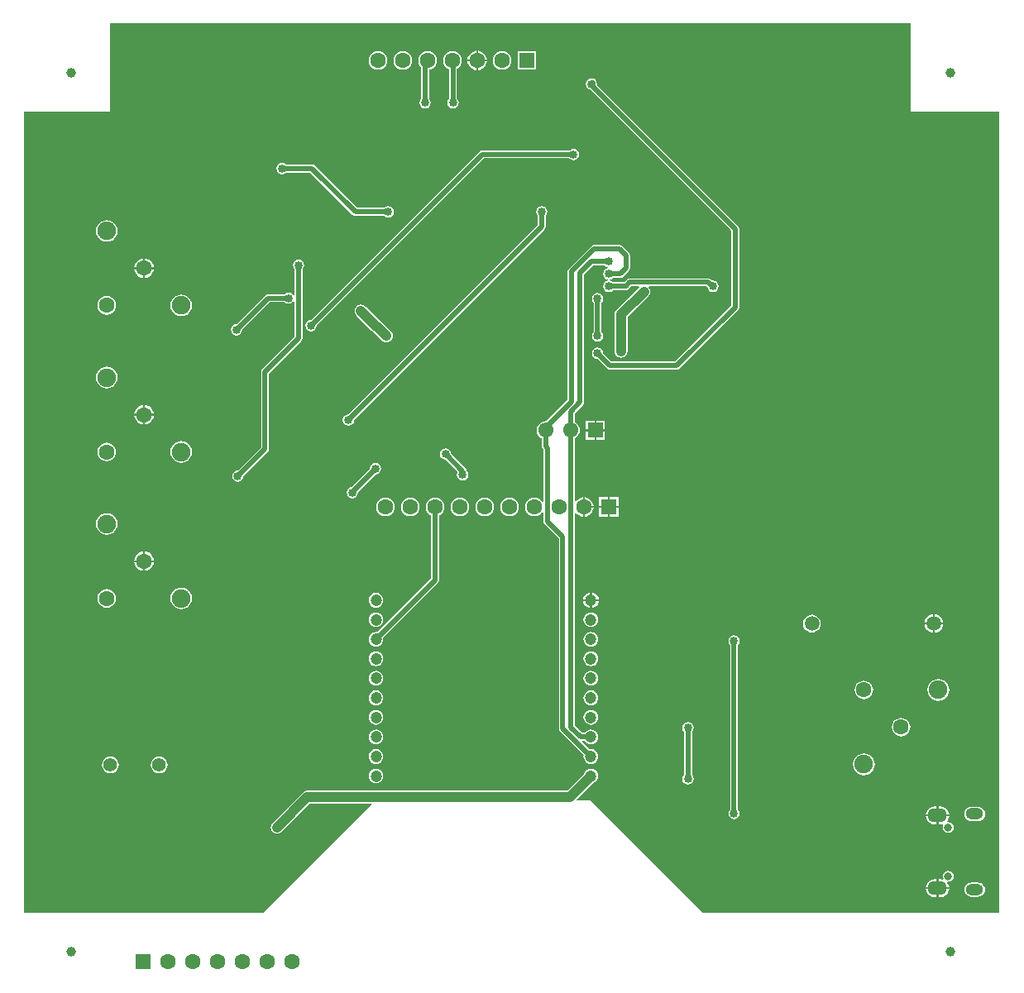
<source format=gbr>
%TF.GenerationSoftware,Altium Limited,Altium Designer,19.1.6 (110)*%
G04 Layer_Physical_Order=2*
G04 Layer_Color=16711680*
%FSLAX43Y43*%
%MOMM*%
%TF.FileFunction,Copper,L2,Bot,Signal*%
%TF.Part,Single*%
G01*
G75*
%TA.AperFunction,Conductor*%
%ADD31C,0.500*%
%ADD32C,1.000*%
%TA.AperFunction,ComponentPad*%
%ADD33C,1.600*%
%ADD34R,1.600X1.600*%
%ADD35R,1.550X1.550*%
%ADD36C,1.550*%
%ADD37C,1.200*%
%ADD38C,1.400*%
%ADD39C,1.500*%
%ADD40O,1.800X1.150*%
%ADD41C,0.800*%
%ADD42O,2.000X1.400*%
%ADD43C,1.900*%
%TA.AperFunction,WasherPad*%
%ADD44C,1.000*%
%TA.AperFunction,ViaPad*%
%ADD45C,0.850*%
%ADD46C,0.650*%
G36*
X91000Y91018D02*
X100075Y91018D01*
Y9018D01*
X91000Y9018D01*
X69697Y9018D01*
X58250Y20465D01*
X56802D01*
X56753Y20582D01*
X58441Y22270D01*
X58622Y22345D01*
X58779Y22465D01*
X58899Y22622D01*
X58975Y22804D01*
X59000Y23000D01*
X58975Y23196D01*
X58899Y23378D01*
X58779Y23535D01*
X58622Y23655D01*
X58440Y23731D01*
X58244Y23756D01*
X58048Y23731D01*
X57866Y23655D01*
X57709Y23535D01*
X57589Y23378D01*
X57514Y23197D01*
X55800Y21484D01*
X29211D01*
X29041Y21461D01*
X28883Y21396D01*
X28747Y21292D01*
X25659Y18204D01*
X25555Y18068D01*
X25490Y17910D01*
X25467Y17740D01*
X25490Y17570D01*
X25555Y17412D01*
X25659Y17276D01*
X25795Y17172D01*
X25953Y17107D01*
X26123Y17084D01*
X26293Y17107D01*
X26451Y17172D01*
X26586Y17276D01*
X29482Y20172D01*
X35737D01*
X35785Y20055D01*
X24748Y9018D01*
X9000Y9018D01*
X255Y9018D01*
Y91018D01*
X9000Y91018D01*
X9000Y100075D01*
X91000D01*
X91000Y91018D01*
D02*
G37*
%LPC*%
G36*
X46709Y97261D02*
Y96366D01*
X47604D01*
X47583Y96527D01*
X47482Y96770D01*
X47322Y96979D01*
X47113Y97140D01*
X46870Y97240D01*
X46709Y97261D01*
D02*
G37*
G36*
X46509D02*
X46348Y97240D01*
X46105Y97140D01*
X45896Y96979D01*
X45736Y96770D01*
X45635Y96527D01*
X45614Y96366D01*
X46509D01*
Y97261D01*
D02*
G37*
G36*
X52639Y97216D02*
X50739D01*
Y95316D01*
X52639D01*
Y97216D01*
D02*
G37*
G36*
X49149Y97224D02*
X48901Y97192D01*
X48670Y97096D01*
X48471Y96944D01*
X48319Y96745D01*
X48223Y96514D01*
X48191Y96266D01*
X48223Y96018D01*
X48319Y95787D01*
X48471Y95588D01*
X48670Y95436D01*
X48901Y95340D01*
X49149Y95308D01*
X49397Y95340D01*
X49628Y95436D01*
X49827Y95588D01*
X49979Y95787D01*
X50075Y96018D01*
X50107Y96266D01*
X50075Y96514D01*
X49979Y96745D01*
X49827Y96944D01*
X49628Y97096D01*
X49397Y97192D01*
X49149Y97224D01*
D02*
G37*
G36*
X38989D02*
X38741Y97192D01*
X38510Y97096D01*
X38311Y96944D01*
X38159Y96745D01*
X38063Y96514D01*
X38031Y96266D01*
X38063Y96018D01*
X38159Y95787D01*
X38311Y95588D01*
X38510Y95436D01*
X38741Y95340D01*
X38989Y95308D01*
X39237Y95340D01*
X39468Y95436D01*
X39667Y95588D01*
X39819Y95787D01*
X39915Y96018D01*
X39947Y96266D01*
X39915Y96514D01*
X39819Y96745D01*
X39667Y96944D01*
X39468Y97096D01*
X39237Y97192D01*
X38989Y97224D01*
D02*
G37*
G36*
X36449D02*
X36201Y97192D01*
X35970Y97096D01*
X35771Y96944D01*
X35619Y96745D01*
X35523Y96514D01*
X35491Y96266D01*
X35523Y96018D01*
X35619Y95787D01*
X35771Y95588D01*
X35970Y95436D01*
X36201Y95340D01*
X36449Y95308D01*
X36697Y95340D01*
X36928Y95436D01*
X37127Y95588D01*
X37279Y95787D01*
X37375Y96018D01*
X37407Y96266D01*
X37375Y96514D01*
X37279Y96745D01*
X37127Y96944D01*
X36928Y97096D01*
X36697Y97192D01*
X36449Y97224D01*
D02*
G37*
G36*
X47604Y96166D02*
X46709D01*
Y95271D01*
X46870Y95292D01*
X47113Y95393D01*
X47322Y95553D01*
X47482Y95762D01*
X47583Y96005D01*
X47604Y96166D01*
D02*
G37*
G36*
X46509D02*
X45614D01*
X45635Y96005D01*
X45736Y95762D01*
X45896Y95553D01*
X46105Y95393D01*
X46348Y95292D01*
X46509Y95271D01*
Y96166D01*
D02*
G37*
G36*
X44069Y97224D02*
X43821Y97192D01*
X43590Y97096D01*
X43391Y96944D01*
X43239Y96745D01*
X43143Y96514D01*
X43111Y96266D01*
X43143Y96018D01*
X43239Y95787D01*
X43391Y95588D01*
X43590Y95436D01*
X43714Y95385D01*
Y92367D01*
X43708Y92363D01*
X43580Y92172D01*
X43536Y91948D01*
X43580Y91724D01*
X43708Y91533D01*
X43898Y91406D01*
X44122Y91362D01*
X44346Y91406D01*
X44537Y91533D01*
X44664Y91724D01*
X44708Y91948D01*
X44664Y92172D01*
X44537Y92363D01*
X44530Y92367D01*
Y95429D01*
X44548Y95436D01*
X44747Y95588D01*
X44899Y95787D01*
X44995Y96018D01*
X45027Y96266D01*
X44995Y96514D01*
X44899Y96745D01*
X44747Y96944D01*
X44548Y97096D01*
X44317Y97192D01*
X44069Y97224D01*
D02*
G37*
G36*
X41529D02*
X41281Y97192D01*
X41050Y97096D01*
X40851Y96944D01*
X40699Y96745D01*
X40603Y96514D01*
X40571Y96266D01*
X40603Y96018D01*
X40699Y95787D01*
X40851Y95588D01*
X40873Y95572D01*
Y92367D01*
X40866Y92363D01*
X40739Y92172D01*
X40695Y91948D01*
X40739Y91724D01*
X40866Y91533D01*
X41057Y91406D01*
X41281Y91362D01*
X41505Y91406D01*
X41696Y91533D01*
X41823Y91724D01*
X41867Y91948D01*
X41823Y92172D01*
X41696Y92363D01*
X41689Y92367D01*
Y95329D01*
X41777Y95340D01*
X42008Y95436D01*
X42207Y95588D01*
X42359Y95787D01*
X42455Y96018D01*
X42487Y96266D01*
X42455Y96514D01*
X42359Y96745D01*
X42207Y96944D01*
X42008Y97096D01*
X41777Y97192D01*
X41529Y97224D01*
D02*
G37*
G36*
X56468Y87247D02*
X56244Y87203D01*
X56053Y87076D01*
X56049Y87069D01*
X47130D01*
X47130Y87069D01*
X46974Y87038D01*
X46842Y86949D01*
X46842Y86949D01*
X29599Y69706D01*
X29591Y69708D01*
X29367Y69663D01*
X29176Y69536D01*
X29049Y69346D01*
X29005Y69122D01*
X29049Y68897D01*
X29176Y68707D01*
X29367Y68580D01*
X29591Y68535D01*
X29815Y68580D01*
X30006Y68707D01*
X30133Y68897D01*
X30177Y69122D01*
X30176Y69129D01*
X47299Y86253D01*
X56049D01*
X56053Y86246D01*
X56244Y86119D01*
X56468Y86075D01*
X56692Y86119D01*
X56883Y86246D01*
X57010Y86437D01*
X57054Y86661D01*
X57010Y86885D01*
X56883Y87076D01*
X56692Y87203D01*
X56468Y87247D01*
D02*
G37*
G36*
X26641Y85803D02*
X26417Y85759D01*
X26226Y85632D01*
X26099Y85441D01*
X26055Y85217D01*
X26099Y84993D01*
X26226Y84802D01*
X26417Y84675D01*
X26641Y84631D01*
X26865Y84675D01*
X27055Y84802D01*
X27060Y84809D01*
X29549D01*
X33869Y80490D01*
X34001Y80401D01*
X34157Y80370D01*
X34157Y80370D01*
X37062D01*
X37066Y80363D01*
X37256Y80236D01*
X37481Y80192D01*
X37705Y80236D01*
X37895Y80363D01*
X38022Y80554D01*
X38067Y80778D01*
X38022Y81002D01*
X37895Y81193D01*
X37705Y81320D01*
X37481Y81364D01*
X37256Y81320D01*
X37066Y81193D01*
X37062Y81186D01*
X34326D01*
X30006Y85505D01*
X29874Y85594D01*
X29718Y85625D01*
X29718Y85625D01*
X27060D01*
X27055Y85632D01*
X26865Y85759D01*
X26641Y85803D01*
D02*
G37*
G36*
X8690Y79919D02*
X8403Y79882D01*
X8135Y79771D01*
X7905Y79595D01*
X7729Y79365D01*
X7618Y79097D01*
X7581Y78810D01*
X7618Y78523D01*
X7729Y78255D01*
X7905Y78025D01*
X8135Y77849D01*
X8403Y77738D01*
X8690Y77701D01*
X8977Y77738D01*
X9245Y77849D01*
X9475Y78025D01*
X9651Y78255D01*
X9762Y78523D01*
X9799Y78810D01*
X9762Y79097D01*
X9651Y79365D01*
X9475Y79595D01*
X9245Y79771D01*
X8977Y79882D01*
X8690Y79919D01*
D02*
G37*
G36*
X61201Y77370D02*
X61201Y77370D01*
X58569D01*
X58569Y77370D01*
X58413Y77339D01*
X58281Y77250D01*
X55968Y74938D01*
X55880Y74806D01*
X55849Y74650D01*
X55849Y74650D01*
Y61506D01*
X53675Y59332D01*
X53634Y59337D01*
X53392Y59305D01*
X53167Y59212D01*
X52974Y59064D01*
X52826Y58870D01*
X52732Y58645D01*
X52701Y58404D01*
X52732Y58163D01*
X52826Y57938D01*
X52974Y57744D01*
X53167Y57596D01*
X53226Y57572D01*
Y56763D01*
X53226Y56763D01*
X53257Y56607D01*
X53345Y56475D01*
X53383Y56437D01*
Y51096D01*
X53256Y51057D01*
X53129Y51224D01*
X52930Y51376D01*
X52699Y51472D01*
X52451Y51504D01*
X52203Y51472D01*
X51972Y51376D01*
X51773Y51224D01*
X51621Y51025D01*
X51525Y50794D01*
X51493Y50546D01*
X51525Y50298D01*
X51621Y50067D01*
X51773Y49868D01*
X51972Y49716D01*
X52203Y49620D01*
X52451Y49588D01*
X52699Y49620D01*
X52930Y49716D01*
X53129Y49868D01*
X53256Y50035D01*
X53383Y49996D01*
Y49079D01*
X53383Y49079D01*
X53414Y48923D01*
X53503Y48791D01*
X54964Y47329D01*
Y27872D01*
X54964Y27872D01*
X54995Y27716D01*
X55084Y27584D01*
X57508Y25159D01*
X57488Y25000D01*
X57513Y24804D01*
X57589Y24622D01*
X57709Y24465D01*
X57866Y24345D01*
X58048Y24269D01*
X58244Y24244D01*
X58440Y24269D01*
X58622Y24345D01*
X58779Y24465D01*
X58899Y24622D01*
X58975Y24804D01*
X59000Y25000D01*
X58975Y25196D01*
X58899Y25378D01*
X58779Y25535D01*
X58622Y25655D01*
X58440Y25731D01*
X58244Y25756D01*
X58085Y25736D01*
X57346Y26475D01*
X57395Y26592D01*
X57612D01*
X57709Y26465D01*
X57866Y26345D01*
X58048Y26269D01*
X58244Y26244D01*
X58440Y26269D01*
X58622Y26345D01*
X58779Y26465D01*
X58899Y26622D01*
X58975Y26804D01*
X59000Y27000D01*
X58975Y27196D01*
X58899Y27378D01*
X58779Y27535D01*
X58622Y27655D01*
X58440Y27731D01*
X58244Y27756D01*
X58048Y27731D01*
X57866Y27655D01*
X57709Y27535D01*
X57612Y27408D01*
X57332D01*
X56599Y28141D01*
Y49910D01*
X56726Y49953D01*
X56818Y49833D01*
X57027Y49673D01*
X57270Y49572D01*
X57431Y49551D01*
Y50546D01*
Y51541D01*
X57270Y51520D01*
X57027Y51419D01*
X56818Y51259D01*
X56726Y51139D01*
X56599Y51182D01*
Y57579D01*
X56640Y57596D01*
X56833Y57744D01*
X56982Y57938D01*
X57075Y58163D01*
X57107Y58404D01*
X57075Y58645D01*
X56982Y58870D01*
X56833Y59064D01*
X56640Y59212D01*
X56581Y59236D01*
Y60131D01*
X57438Y60988D01*
X57438Y60988D01*
X57527Y61121D01*
X57558Y61277D01*
Y74380D01*
X58462Y75284D01*
X59652D01*
X59656Y75277D01*
X59847Y75150D01*
X59991Y75122D01*
Y74992D01*
X59847Y74964D01*
X59656Y74837D01*
X59529Y74646D01*
X59485Y74422D01*
X59529Y74198D01*
X59656Y74007D01*
X59847Y73880D01*
X59991Y73852D01*
Y73722D01*
X59847Y73694D01*
X59656Y73567D01*
X59529Y73376D01*
X59485Y73152D01*
X59529Y72928D01*
X59656Y72737D01*
X59847Y72610D01*
X60071Y72566D01*
X60295Y72610D01*
X60486Y72737D01*
X60490Y72744D01*
X61814D01*
X61814Y72744D01*
X61970Y72775D01*
X62102Y72864D01*
X62391Y73152D01*
X63116D01*
X63168Y73025D01*
X60876Y70733D01*
X60772Y70597D01*
X60707Y70439D01*
X60684Y70270D01*
Y66486D01*
X60707Y66317D01*
X60772Y66159D01*
X60876Y66023D01*
X61012Y65919D01*
X61170Y65853D01*
X61340Y65831D01*
X61510Y65853D01*
X61668Y65919D01*
X61804Y66023D01*
X61908Y66159D01*
X61973Y66317D01*
X61996Y66486D01*
Y69998D01*
X64141Y72144D01*
X64245Y72280D01*
X64311Y72438D01*
X64333Y72607D01*
X64311Y72777D01*
X64245Y72935D01*
X64177Y73025D01*
X64236Y73152D01*
X70068D01*
X70174Y73046D01*
X70197Y72928D01*
X70324Y72737D01*
X70515Y72610D01*
X70739Y72566D01*
X70963Y72610D01*
X71154Y72737D01*
X71281Y72928D01*
X71325Y73152D01*
X71281Y73376D01*
X71154Y73567D01*
X70963Y73694D01*
X70739Y73738D01*
X70652Y73721D01*
X70525Y73848D01*
X70393Y73937D01*
X70236Y73968D01*
X70236Y73968D01*
X62222D01*
X62066Y73937D01*
X61933Y73848D01*
X61933Y73848D01*
X61645Y73560D01*
X60490D01*
X60486Y73567D01*
X60295Y73694D01*
X60151Y73722D01*
Y73852D01*
X60295Y73880D01*
X60486Y74007D01*
X60490Y74014D01*
X61272D01*
X61272Y74014D01*
X61428Y74045D01*
X61561Y74134D01*
X62137Y74710D01*
X62226Y74843D01*
X62257Y74999D01*
X62257Y74999D01*
Y76314D01*
X62226Y76470D01*
X62137Y76603D01*
X62137Y76603D01*
X61490Y77250D01*
X61357Y77339D01*
X61331Y77344D01*
X61201Y77370D01*
D02*
G37*
G36*
X12600Y75995D02*
Y75100D01*
X13495D01*
X13474Y75261D01*
X13373Y75504D01*
X13213Y75713D01*
X13004Y75873D01*
X12761Y75974D01*
X12600Y75995D01*
D02*
G37*
G36*
X12400D02*
X12239Y75974D01*
X11996Y75873D01*
X11787Y75713D01*
X11627Y75504D01*
X11526Y75261D01*
X11505Y75100D01*
X12400D01*
Y75995D01*
D02*
G37*
G36*
X13495Y74900D02*
X12600D01*
Y74005D01*
X12761Y74026D01*
X13004Y74127D01*
X13213Y74287D01*
X13373Y74496D01*
X13474Y74739D01*
X13495Y74900D01*
D02*
G37*
G36*
X12400D02*
X11505D01*
X11526Y74739D01*
X11627Y74496D01*
X11787Y74287D01*
X11996Y74127D01*
X12239Y74026D01*
X12400Y74005D01*
Y74900D01*
D02*
G37*
G36*
X28321Y75897D02*
X28097Y75853D01*
X27906Y75726D01*
X27779Y75535D01*
X27735Y75311D01*
X27779Y75087D01*
X27906Y74896D01*
X27913Y74892D01*
Y72261D01*
X27786Y72223D01*
X27699Y72354D01*
X27508Y72481D01*
X27284Y72526D01*
X27060Y72481D01*
X26869Y72354D01*
X26865Y72347D01*
X25203D01*
X25047Y72316D01*
X24915Y72228D01*
X24915Y72228D01*
X21979Y69292D01*
X21971Y69293D01*
X21747Y69249D01*
X21556Y69122D01*
X21429Y68931D01*
X21385Y68707D01*
X21429Y68483D01*
X21556Y68292D01*
X21747Y68165D01*
X21971Y68121D01*
X22195Y68165D01*
X22386Y68292D01*
X22513Y68483D01*
X22557Y68707D01*
X22556Y68715D01*
X25372Y71531D01*
X26865D01*
X26869Y71525D01*
X27060Y71398D01*
X27284Y71353D01*
X27508Y71398D01*
X27699Y71525D01*
X27786Y71656D01*
X27913Y71617D01*
Y67987D01*
X24604Y64677D01*
X24515Y64545D01*
X24484Y64389D01*
X24484Y64389D01*
Y56684D01*
X22106Y54306D01*
X22098Y54307D01*
X21874Y54263D01*
X21683Y54136D01*
X21556Y53945D01*
X21512Y53721D01*
X21556Y53497D01*
X21683Y53306D01*
X21874Y53179D01*
X22098Y53135D01*
X22322Y53179D01*
X22513Y53306D01*
X22640Y53497D01*
X22684Y53721D01*
X22683Y53729D01*
X25180Y56227D01*
X25269Y56359D01*
X25300Y56515D01*
X25300Y56515D01*
Y64220D01*
X28609Y67530D01*
X28609Y67530D01*
X28698Y67662D01*
X28729Y67818D01*
Y74892D01*
X28736Y74896D01*
X28863Y75087D01*
X28907Y75311D01*
X28863Y75535D01*
X28736Y75726D01*
X28545Y75853D01*
X28321Y75897D01*
D02*
G37*
G36*
X8690Y72148D02*
X8442Y72116D01*
X8211Y72020D01*
X8012Y71868D01*
X7860Y71669D01*
X7764Y71438D01*
X7732Y71190D01*
X7764Y70942D01*
X7860Y70711D01*
X8012Y70512D01*
X8211Y70360D01*
X8442Y70264D01*
X8690Y70232D01*
X8938Y70264D01*
X9169Y70360D01*
X9368Y70512D01*
X9520Y70711D01*
X9616Y70942D01*
X9648Y71190D01*
X9616Y71438D01*
X9520Y71669D01*
X9368Y71868D01*
X9169Y72020D01*
X8938Y72116D01*
X8690Y72148D01*
D02*
G37*
G36*
X16310Y72299D02*
X16023Y72262D01*
X15755Y72151D01*
X15525Y71975D01*
X15349Y71745D01*
X15238Y71477D01*
X15201Y71190D01*
X15238Y70903D01*
X15349Y70635D01*
X15525Y70405D01*
X15755Y70229D01*
X16023Y70118D01*
X16310Y70081D01*
X16597Y70118D01*
X16865Y70229D01*
X17095Y70405D01*
X17271Y70635D01*
X17382Y70903D01*
X17419Y71190D01*
X17382Y71477D01*
X17271Y71745D01*
X17095Y71975D01*
X16865Y72151D01*
X16597Y72262D01*
X16310Y72299D01*
D02*
G37*
G36*
X58928Y72468D02*
X58704Y72424D01*
X58513Y72297D01*
X58386Y72106D01*
X58342Y71882D01*
X58386Y71658D01*
X58513Y71467D01*
X58520Y71463D01*
Y68491D01*
X58513Y68487D01*
X58386Y68296D01*
X58342Y68072D01*
X58386Y67848D01*
X58513Y67657D01*
X58704Y67530D01*
X58928Y67486D01*
X59152Y67530D01*
X59343Y67657D01*
X59470Y67848D01*
X59514Y68072D01*
X59470Y68296D01*
X59343Y68487D01*
X59336Y68491D01*
Y71463D01*
X59343Y71467D01*
X59470Y71658D01*
X59514Y71882D01*
X59470Y72106D01*
X59343Y72297D01*
X59152Y72424D01*
X58928Y72468D01*
D02*
G37*
G36*
X34698Y71268D02*
X34528Y71245D01*
X34370Y71180D01*
X34234Y71076D01*
X34130Y70940D01*
X34065Y70782D01*
X34042Y70612D01*
X34065Y70442D01*
X34130Y70284D01*
X34234Y70148D01*
X35789Y68594D01*
X35925Y68489D01*
X35996Y68460D01*
X36847Y67608D01*
X36983Y67504D01*
X37141Y67439D01*
X37311Y67416D01*
X37481Y67439D01*
X37639Y67504D01*
X37775Y67608D01*
X37879Y67744D01*
X37944Y67902D01*
X37967Y68072D01*
X37944Y68242D01*
X37879Y68400D01*
X37775Y68536D01*
X36789Y69521D01*
X36654Y69625D01*
X36583Y69654D01*
X35162Y71076D01*
X35026Y71180D01*
X34868Y71245D01*
X34698Y71268D01*
D02*
G37*
G36*
X58293Y94439D02*
X58069Y94395D01*
X57878Y94268D01*
X57751Y94077D01*
X57707Y93853D01*
X57751Y93629D01*
X57878Y93438D01*
X58069Y93311D01*
X58183Y93289D01*
X72617Y78854D01*
Y71162D01*
X66887Y65432D01*
X60367D01*
X59513Y66286D01*
X59514Y66294D01*
X59470Y66518D01*
X59343Y66709D01*
X59152Y66836D01*
X58928Y66880D01*
X58704Y66836D01*
X58513Y66709D01*
X58386Y66518D01*
X58342Y66294D01*
X58386Y66070D01*
X58513Y65879D01*
X58704Y65752D01*
X58928Y65708D01*
X58936Y65709D01*
X59910Y64736D01*
X59910Y64736D01*
X60042Y64647D01*
X60198Y64616D01*
X60198Y64616D01*
X67056D01*
X67056Y64616D01*
X67212Y64647D01*
X67344Y64736D01*
X73313Y70705D01*
X73402Y70837D01*
X73433Y70993D01*
X73433Y70993D01*
Y79023D01*
X73402Y79179D01*
X73313Y79311D01*
X73313Y79311D01*
X58861Y93763D01*
X58879Y93853D01*
X58835Y94077D01*
X58832Y94082D01*
X58817Y94156D01*
X58728Y94288D01*
X58596Y94377D01*
X58522Y94392D01*
X58517Y94395D01*
X58293Y94439D01*
D02*
G37*
G36*
X8690Y64919D02*
X8403Y64882D01*
X8135Y64771D01*
X7905Y64595D01*
X7729Y64365D01*
X7618Y64097D01*
X7581Y63810D01*
X7618Y63523D01*
X7729Y63255D01*
X7905Y63025D01*
X8135Y62849D01*
X8403Y62738D01*
X8690Y62701D01*
X8977Y62738D01*
X9245Y62849D01*
X9475Y63025D01*
X9651Y63255D01*
X9762Y63523D01*
X9799Y63810D01*
X9762Y64097D01*
X9651Y64365D01*
X9475Y64595D01*
X9245Y64771D01*
X8977Y64882D01*
X8690Y64919D01*
D02*
G37*
G36*
X12600Y60995D02*
Y60100D01*
X13495D01*
X13474Y60261D01*
X13373Y60504D01*
X13213Y60713D01*
X13004Y60874D01*
X12761Y60974D01*
X12600Y60995D01*
D02*
G37*
G36*
X12400D02*
X12239Y60974D01*
X11996Y60874D01*
X11787Y60713D01*
X11627Y60504D01*
X11526Y60261D01*
X11505Y60100D01*
X12400D01*
Y60995D01*
D02*
G37*
G36*
X53213Y81358D02*
X52989Y81314D01*
X52798Y81187D01*
X52671Y80996D01*
X52627Y80772D01*
X52671Y80548D01*
X52798Y80357D01*
X52805Y80353D01*
Y79411D01*
X33429Y60035D01*
X33421Y60036D01*
X33196Y59992D01*
X33006Y59865D01*
X32879Y59674D01*
X32834Y59450D01*
X32879Y59226D01*
X33006Y59035D01*
X33196Y58908D01*
X33421Y58864D01*
X33645Y58908D01*
X33835Y59035D01*
X33962Y59226D01*
X34007Y59450D01*
X34005Y59458D01*
X53501Y78954D01*
X53501Y78954D01*
X53590Y79086D01*
X53621Y79242D01*
X53621Y79242D01*
Y80353D01*
X53628Y80357D01*
X53755Y80548D01*
X53799Y80772D01*
X53755Y80996D01*
X53628Y81187D01*
X53437Y81314D01*
X53213Y81358D01*
D02*
G37*
G36*
X13495Y59900D02*
X12600D01*
Y59005D01*
X12761Y59026D01*
X13004Y59126D01*
X13213Y59287D01*
X13373Y59496D01*
X13474Y59739D01*
X13495Y59900D01*
D02*
G37*
G36*
X12400D02*
X11505D01*
X11526Y59739D01*
X11627Y59496D01*
X11787Y59287D01*
X11996Y59126D01*
X12239Y59026D01*
X12400Y59005D01*
Y59900D01*
D02*
G37*
G36*
X59689Y59379D02*
X58814D01*
Y58504D01*
X59689D01*
Y59379D01*
D02*
G37*
G36*
X58614D02*
X57739D01*
Y58504D01*
X58614D01*
Y59379D01*
D02*
G37*
G36*
X58714Y58404D02*
D01*
D01*
D01*
D02*
G37*
G36*
X59689Y58304D02*
X58814D01*
Y57429D01*
X59689D01*
Y58304D01*
D02*
G37*
G36*
X58614D02*
X57739D01*
Y57429D01*
X58614D01*
Y58304D01*
D02*
G37*
G36*
X8690Y57148D02*
X8442Y57116D01*
X8211Y57020D01*
X8012Y56868D01*
X7860Y56669D01*
X7764Y56438D01*
X7732Y56190D01*
X7764Y55942D01*
X7860Y55711D01*
X8012Y55512D01*
X8211Y55360D01*
X8442Y55264D01*
X8690Y55232D01*
X8938Y55264D01*
X9169Y55360D01*
X9368Y55512D01*
X9520Y55711D01*
X9616Y55942D01*
X9648Y56190D01*
X9616Y56438D01*
X9520Y56669D01*
X9368Y56868D01*
X9169Y57020D01*
X8938Y57116D01*
X8690Y57148D01*
D02*
G37*
G36*
X16310Y57299D02*
X16023Y57262D01*
X15755Y57151D01*
X15525Y56975D01*
X15349Y56745D01*
X15238Y56477D01*
X15201Y56190D01*
X15238Y55903D01*
X15349Y55635D01*
X15525Y55405D01*
X15755Y55229D01*
X16023Y55118D01*
X16310Y55081D01*
X16597Y55118D01*
X16865Y55229D01*
X17095Y55405D01*
X17271Y55635D01*
X17382Y55903D01*
X17419Y56190D01*
X17382Y56477D01*
X17271Y56745D01*
X17095Y56975D01*
X16865Y57151D01*
X16597Y57262D01*
X16310Y57299D01*
D02*
G37*
G36*
X36195Y55069D02*
X35971Y55025D01*
X35780Y54898D01*
X35653Y54707D01*
X35609Y54483D01*
X35610Y54475D01*
X33730Y52595D01*
X33604Y52570D01*
X33414Y52443D01*
X33287Y52252D01*
X33242Y52028D01*
X33287Y51804D01*
X33414Y51614D01*
X33604Y51486D01*
X33829Y51442D01*
X34053Y51486D01*
X34243Y51614D01*
X34370Y51804D01*
X34415Y52028D01*
X34399Y52110D01*
X36187Y53898D01*
X36195Y53897D01*
X36419Y53941D01*
X36610Y54068D01*
X36737Y54259D01*
X36781Y54483D01*
X36737Y54707D01*
X36610Y54898D01*
X36419Y55025D01*
X36195Y55069D01*
D02*
G37*
G36*
X43355Y56564D02*
X43131Y56520D01*
X42940Y56392D01*
X42813Y56202D01*
X42769Y55978D01*
X42813Y55754D01*
X42940Y55563D01*
X43131Y55436D01*
X43355Y55392D01*
X43363Y55393D01*
X44620Y54136D01*
X44578Y54072D01*
X44533Y53848D01*
X44578Y53624D01*
X44705Y53433D01*
X44895Y53306D01*
X45119Y53262D01*
X45344Y53306D01*
X45534Y53433D01*
X45661Y53624D01*
X45706Y53848D01*
X45661Y54072D01*
X45534Y54263D01*
X45497Y54287D01*
X45477Y54389D01*
X45389Y54521D01*
X43940Y55970D01*
X43941Y55978D01*
X43897Y56202D01*
X43770Y56392D01*
X43579Y56520D01*
X43355Y56564D01*
D02*
G37*
G36*
X61071Y51546D02*
X60171D01*
Y50646D01*
X61071D01*
Y51546D01*
D02*
G37*
G36*
X57631Y51541D02*
Y50646D01*
X58526D01*
X58505Y50807D01*
X58404Y51050D01*
X58244Y51259D01*
X58035Y51419D01*
X57792Y51520D01*
X57631Y51541D01*
D02*
G37*
G36*
X59971Y51546D02*
X59071D01*
Y50646D01*
X59971D01*
Y51546D01*
D02*
G37*
G36*
X49911Y51504D02*
X49663Y51472D01*
X49432Y51376D01*
X49233Y51224D01*
X49081Y51025D01*
X48985Y50794D01*
X48953Y50546D01*
X48985Y50298D01*
X49081Y50067D01*
X49233Y49868D01*
X49432Y49716D01*
X49663Y49620D01*
X49911Y49588D01*
X50159Y49620D01*
X50390Y49716D01*
X50589Y49868D01*
X50741Y50067D01*
X50837Y50298D01*
X50869Y50546D01*
X50837Y50794D01*
X50741Y51025D01*
X50589Y51224D01*
X50390Y51376D01*
X50159Y51472D01*
X49911Y51504D01*
D02*
G37*
G36*
X47371D02*
X47123Y51472D01*
X46892Y51376D01*
X46693Y51224D01*
X46541Y51025D01*
X46445Y50794D01*
X46413Y50546D01*
X46445Y50298D01*
X46541Y50067D01*
X46693Y49868D01*
X46892Y49716D01*
X47123Y49620D01*
X47371Y49588D01*
X47619Y49620D01*
X47850Y49716D01*
X48049Y49868D01*
X48201Y50067D01*
X48297Y50298D01*
X48329Y50546D01*
X48297Y50794D01*
X48201Y51025D01*
X48049Y51224D01*
X47850Y51376D01*
X47619Y51472D01*
X47371Y51504D01*
D02*
G37*
G36*
X44831D02*
X44583Y51472D01*
X44352Y51376D01*
X44153Y51224D01*
X44001Y51025D01*
X43905Y50794D01*
X43873Y50546D01*
X43905Y50298D01*
X44001Y50067D01*
X44153Y49868D01*
X44352Y49716D01*
X44583Y49620D01*
X44831Y49588D01*
X45079Y49620D01*
X45310Y49716D01*
X45509Y49868D01*
X45661Y50067D01*
X45757Y50298D01*
X45789Y50546D01*
X45757Y50794D01*
X45661Y51025D01*
X45509Y51224D01*
X45310Y51376D01*
X45079Y51472D01*
X44831Y51504D01*
D02*
G37*
G36*
X39751D02*
X39503Y51472D01*
X39272Y51376D01*
X39073Y51224D01*
X38921Y51025D01*
X38825Y50794D01*
X38793Y50546D01*
X38825Y50298D01*
X38921Y50067D01*
X39073Y49868D01*
X39272Y49716D01*
X39503Y49620D01*
X39751Y49588D01*
X39999Y49620D01*
X40230Y49716D01*
X40429Y49868D01*
X40581Y50067D01*
X40677Y50298D01*
X40709Y50546D01*
X40677Y50794D01*
X40581Y51025D01*
X40429Y51224D01*
X40230Y51376D01*
X39999Y51472D01*
X39751Y51504D01*
D02*
G37*
G36*
X37211D02*
X36963Y51472D01*
X36732Y51376D01*
X36533Y51224D01*
X36381Y51025D01*
X36285Y50794D01*
X36253Y50546D01*
X36285Y50298D01*
X36381Y50067D01*
X36533Y49868D01*
X36732Y49716D01*
X36963Y49620D01*
X37211Y49588D01*
X37459Y49620D01*
X37690Y49716D01*
X37889Y49868D01*
X38041Y50067D01*
X38137Y50298D01*
X38169Y50546D01*
X38137Y50794D01*
X38041Y51025D01*
X37889Y51224D01*
X37690Y51376D01*
X37459Y51472D01*
X37211Y51504D01*
D02*
G37*
G36*
X58526Y50446D02*
X57631D01*
Y49551D01*
X57792Y49572D01*
X58035Y49673D01*
X58244Y49833D01*
X58404Y50042D01*
X58505Y50285D01*
X58526Y50446D01*
D02*
G37*
G36*
X61071D02*
X60171D01*
Y49546D01*
X61071D01*
Y50446D01*
D02*
G37*
G36*
X59971D02*
X59071D01*
Y49546D01*
X59971D01*
Y50446D01*
D02*
G37*
G36*
X8690Y49919D02*
X8403Y49882D01*
X8135Y49771D01*
X7905Y49595D01*
X7729Y49365D01*
X7618Y49097D01*
X7581Y48810D01*
X7618Y48523D01*
X7729Y48255D01*
X7905Y48025D01*
X8135Y47849D01*
X8403Y47738D01*
X8690Y47701D01*
X8977Y47738D01*
X9245Y47849D01*
X9475Y48025D01*
X9651Y48255D01*
X9762Y48523D01*
X9799Y48810D01*
X9762Y49097D01*
X9651Y49365D01*
X9475Y49595D01*
X9245Y49771D01*
X8977Y49882D01*
X8690Y49919D01*
D02*
G37*
G36*
X12600Y45995D02*
Y45100D01*
X13495D01*
X13474Y45261D01*
X13373Y45504D01*
X13213Y45713D01*
X13004Y45873D01*
X12761Y45974D01*
X12600Y45995D01*
D02*
G37*
G36*
X12400D02*
X12239Y45974D01*
X11996Y45873D01*
X11787Y45713D01*
X11627Y45504D01*
X11526Y45261D01*
X11505Y45100D01*
X12400D01*
Y45995D01*
D02*
G37*
G36*
X13495Y44900D02*
X12600D01*
Y44005D01*
X12761Y44026D01*
X13004Y44126D01*
X13213Y44287D01*
X13373Y44496D01*
X13474Y44739D01*
X13495Y44900D01*
D02*
G37*
G36*
X12400D02*
X11505D01*
X11526Y44739D01*
X11627Y44496D01*
X11787Y44287D01*
X11996Y44126D01*
X12239Y44026D01*
X12400Y44005D01*
Y44900D01*
D02*
G37*
G36*
X58344Y41794D02*
Y41100D01*
X59038D01*
X59023Y41209D01*
X58943Y41403D01*
X58815Y41571D01*
X58647Y41699D01*
X58453Y41779D01*
X58344Y41794D01*
D02*
G37*
G36*
X58144Y41794D02*
X58035Y41779D01*
X57841Y41699D01*
X57673Y41571D01*
X57545Y41403D01*
X57465Y41209D01*
X57450Y41100D01*
X58144D01*
Y41794D01*
D02*
G37*
G36*
X36244Y41756D02*
X36048Y41731D01*
X35866Y41655D01*
X35709Y41535D01*
X35589Y41378D01*
X35513Y41196D01*
X35488Y41000D01*
X35513Y40804D01*
X35589Y40622D01*
X35709Y40465D01*
X35866Y40345D01*
X36048Y40269D01*
X36244Y40244D01*
X36440Y40269D01*
X36622Y40345D01*
X36779Y40465D01*
X36899Y40622D01*
X36975Y40804D01*
X37000Y41000D01*
X36975Y41196D01*
X36899Y41378D01*
X36779Y41535D01*
X36622Y41655D01*
X36440Y41731D01*
X36244Y41756D01*
D02*
G37*
G36*
X8690Y42148D02*
X8442Y42116D01*
X8211Y42020D01*
X8012Y41868D01*
X7860Y41669D01*
X7764Y41438D01*
X7732Y41190D01*
X7764Y40942D01*
X7860Y40711D01*
X8012Y40512D01*
X8211Y40360D01*
X8442Y40264D01*
X8690Y40232D01*
X8938Y40264D01*
X9169Y40360D01*
X9368Y40512D01*
X9520Y40711D01*
X9616Y40942D01*
X9648Y41190D01*
X9616Y41438D01*
X9520Y41669D01*
X9368Y41868D01*
X9169Y42020D01*
X8938Y42116D01*
X8690Y42148D01*
D02*
G37*
G36*
X58144Y40900D02*
X57450D01*
X57465Y40791D01*
X57545Y40597D01*
X57673Y40429D01*
X57841Y40301D01*
X58035Y40221D01*
X58144Y40206D01*
Y40900D01*
D02*
G37*
G36*
X59038D02*
X58344D01*
Y40206D01*
X58453Y40221D01*
X58647Y40301D01*
X58815Y40429D01*
X58943Y40597D01*
X59023Y40791D01*
X59038Y40900D01*
D02*
G37*
G36*
X16310Y42299D02*
X16023Y42262D01*
X15755Y42151D01*
X15525Y41975D01*
X15349Y41745D01*
X15238Y41477D01*
X15201Y41190D01*
X15238Y40903D01*
X15349Y40635D01*
X15525Y40405D01*
X15755Y40229D01*
X16023Y40118D01*
X16310Y40081D01*
X16597Y40118D01*
X16865Y40229D01*
X17095Y40405D01*
X17271Y40635D01*
X17382Y40903D01*
X17419Y41190D01*
X17382Y41477D01*
X17271Y41745D01*
X17095Y41975D01*
X16865Y42151D01*
X16597Y42262D01*
X16310Y42299D01*
D02*
G37*
G36*
X93472Y39556D02*
Y38711D01*
X94317D01*
X94298Y38859D01*
X94202Y39090D01*
X94050Y39289D01*
X93851Y39441D01*
X93620Y39537D01*
X93472Y39556D01*
D02*
G37*
G36*
X93272Y39556D02*
X93124Y39537D01*
X92893Y39441D01*
X92694Y39289D01*
X92542Y39090D01*
X92446Y38859D01*
X92427Y38711D01*
X93272D01*
Y39556D01*
D02*
G37*
G36*
X58244Y39756D02*
X58048Y39731D01*
X57866Y39655D01*
X57709Y39535D01*
X57589Y39378D01*
X57513Y39196D01*
X57488Y39000D01*
X57513Y38804D01*
X57589Y38622D01*
X57709Y38465D01*
X57866Y38345D01*
X58048Y38269D01*
X58244Y38244D01*
X58440Y38269D01*
X58622Y38345D01*
X58779Y38465D01*
X58899Y38622D01*
X58975Y38804D01*
X59000Y39000D01*
X58975Y39196D01*
X58899Y39378D01*
X58779Y39535D01*
X58622Y39655D01*
X58440Y39731D01*
X58244Y39756D01*
D02*
G37*
G36*
X36244D02*
X36048Y39731D01*
X35866Y39655D01*
X35709Y39535D01*
X35589Y39378D01*
X35513Y39196D01*
X35488Y39000D01*
X35513Y38804D01*
X35589Y38622D01*
X35709Y38465D01*
X35866Y38345D01*
X36048Y38269D01*
X36244Y38244D01*
X36440Y38269D01*
X36622Y38345D01*
X36779Y38465D01*
X36899Y38622D01*
X36975Y38804D01*
X37000Y39000D01*
X36975Y39196D01*
X36899Y39378D01*
X36779Y39535D01*
X36622Y39655D01*
X36440Y39731D01*
X36244Y39756D01*
D02*
G37*
G36*
X42291Y51504D02*
X42043Y51472D01*
X41812Y51376D01*
X41613Y51224D01*
X41461Y51025D01*
X41365Y50794D01*
X41333Y50546D01*
X41365Y50298D01*
X41461Y50067D01*
X41613Y49868D01*
X41812Y49716D01*
X41883Y49687D01*
Y43216D01*
X36403Y37736D01*
X36244Y37756D01*
X36048Y37731D01*
X35866Y37655D01*
X35709Y37535D01*
X35589Y37378D01*
X35513Y37196D01*
X35488Y37000D01*
X35513Y36804D01*
X35589Y36622D01*
X35709Y36465D01*
X35866Y36345D01*
X36048Y36269D01*
X36244Y36244D01*
X36440Y36269D01*
X36622Y36345D01*
X36779Y36465D01*
X36899Y36622D01*
X36975Y36804D01*
X37000Y37000D01*
X36980Y37159D01*
X42579Y42759D01*
X42668Y42891D01*
X42699Y43047D01*
X42699Y43047D01*
Y49687D01*
X42770Y49716D01*
X42969Y49868D01*
X43121Y50067D01*
X43217Y50298D01*
X43249Y50546D01*
X43217Y50794D01*
X43121Y51025D01*
X42969Y51224D01*
X42770Y51376D01*
X42539Y51472D01*
X42291Y51504D01*
D02*
G37*
G36*
X80872Y39519D02*
X80637Y39488D01*
X80418Y39397D01*
X80230Y39253D01*
X80086Y39065D01*
X79995Y38846D01*
X79964Y38611D01*
X79995Y38376D01*
X80086Y38157D01*
X80230Y37969D01*
X80418Y37825D01*
X80637Y37734D01*
X80872Y37703D01*
X81107Y37734D01*
X81326Y37825D01*
X81514Y37969D01*
X81658Y38157D01*
X81749Y38376D01*
X81780Y38611D01*
X81749Y38846D01*
X81658Y39065D01*
X81514Y39253D01*
X81326Y39397D01*
X81107Y39488D01*
X80872Y39519D01*
D02*
G37*
G36*
X94317Y38511D02*
X93472D01*
Y37666D01*
X93620Y37685D01*
X93851Y37781D01*
X94050Y37933D01*
X94202Y38132D01*
X94298Y38363D01*
X94317Y38511D01*
D02*
G37*
G36*
X93272D02*
X92427D01*
X92446Y38363D01*
X92542Y38132D01*
X92694Y37933D01*
X92893Y37781D01*
X93124Y37685D01*
X93272Y37666D01*
Y38511D01*
D02*
G37*
G36*
X58244Y37756D02*
X58048Y37731D01*
X57866Y37655D01*
X57709Y37535D01*
X57589Y37378D01*
X57513Y37196D01*
X57488Y37000D01*
X57513Y36804D01*
X57589Y36622D01*
X57709Y36465D01*
X57866Y36345D01*
X58048Y36269D01*
X58244Y36244D01*
X58440Y36269D01*
X58622Y36345D01*
X58779Y36465D01*
X58899Y36622D01*
X58975Y36804D01*
X59000Y37000D01*
X58975Y37196D01*
X58899Y37378D01*
X58779Y37535D01*
X58622Y37655D01*
X58440Y37731D01*
X58244Y37756D01*
D02*
G37*
G36*
Y35756D02*
X58048Y35731D01*
X57866Y35655D01*
X57709Y35535D01*
X57589Y35378D01*
X57513Y35196D01*
X57488Y35000D01*
X57513Y34804D01*
X57589Y34622D01*
X57709Y34465D01*
X57866Y34345D01*
X58048Y34269D01*
X58244Y34244D01*
X58440Y34269D01*
X58622Y34345D01*
X58779Y34465D01*
X58899Y34622D01*
X58975Y34804D01*
X59000Y35000D01*
X58975Y35196D01*
X58899Y35378D01*
X58779Y35535D01*
X58622Y35655D01*
X58440Y35731D01*
X58244Y35756D01*
D02*
G37*
G36*
X36244D02*
X36048Y35731D01*
X35866Y35655D01*
X35709Y35535D01*
X35589Y35378D01*
X35513Y35196D01*
X35488Y35000D01*
X35513Y34804D01*
X35589Y34622D01*
X35709Y34465D01*
X35866Y34345D01*
X36048Y34269D01*
X36244Y34244D01*
X36440Y34269D01*
X36622Y34345D01*
X36779Y34465D01*
X36899Y34622D01*
X36975Y34804D01*
X37000Y35000D01*
X36975Y35196D01*
X36899Y35378D01*
X36779Y35535D01*
X36622Y35655D01*
X36440Y35731D01*
X36244Y35756D01*
D02*
G37*
G36*
X58244Y33756D02*
X58048Y33731D01*
X57866Y33655D01*
X57709Y33535D01*
X57589Y33378D01*
X57513Y33196D01*
X57488Y33000D01*
X57513Y32804D01*
X57589Y32622D01*
X57709Y32465D01*
X57866Y32345D01*
X58048Y32269D01*
X58244Y32244D01*
X58440Y32269D01*
X58622Y32345D01*
X58779Y32465D01*
X58899Y32622D01*
X58975Y32804D01*
X59000Y33000D01*
X58975Y33196D01*
X58899Y33378D01*
X58779Y33535D01*
X58622Y33655D01*
X58440Y33731D01*
X58244Y33756D01*
D02*
G37*
G36*
X36244D02*
X36048Y33731D01*
X35866Y33655D01*
X35709Y33535D01*
X35589Y33378D01*
X35513Y33196D01*
X35488Y33000D01*
X35513Y32804D01*
X35589Y32622D01*
X35709Y32465D01*
X35866Y32345D01*
X36048Y32269D01*
X36244Y32244D01*
X36440Y32269D01*
X36622Y32345D01*
X36779Y32465D01*
X36899Y32622D01*
X36975Y32804D01*
X37000Y33000D01*
X36975Y33196D01*
X36899Y33378D01*
X36779Y33535D01*
X36622Y33655D01*
X36440Y33731D01*
X36244Y33756D01*
D02*
G37*
G36*
X86190Y32768D02*
X85942Y32736D01*
X85711Y32640D01*
X85512Y32488D01*
X85360Y32289D01*
X85264Y32058D01*
X85232Y31810D01*
X85264Y31562D01*
X85360Y31331D01*
X85512Y31132D01*
X85711Y30980D01*
X85942Y30884D01*
X86190Y30852D01*
X86438Y30884D01*
X86669Y30980D01*
X86868Y31132D01*
X87020Y31331D01*
X87116Y31562D01*
X87148Y31810D01*
X87116Y32058D01*
X87020Y32289D01*
X86868Y32488D01*
X86669Y32640D01*
X86438Y32736D01*
X86190Y32768D01*
D02*
G37*
G36*
X93810Y32919D02*
X93523Y32882D01*
X93255Y32771D01*
X93025Y32595D01*
X92849Y32365D01*
X92738Y32097D01*
X92701Y31810D01*
X92738Y31523D01*
X92849Y31255D01*
X93025Y31025D01*
X93255Y30849D01*
X93523Y30738D01*
X93810Y30701D01*
X94097Y30738D01*
X94365Y30849D01*
X94595Y31025D01*
X94771Y31255D01*
X94882Y31523D01*
X94919Y31810D01*
X94882Y32097D01*
X94771Y32365D01*
X94595Y32595D01*
X94365Y32771D01*
X94097Y32882D01*
X93810Y32919D01*
D02*
G37*
G36*
X58244Y31756D02*
X58048Y31731D01*
X57866Y31655D01*
X57709Y31535D01*
X57589Y31378D01*
X57513Y31196D01*
X57488Y31000D01*
X57513Y30804D01*
X57589Y30622D01*
X57709Y30465D01*
X57866Y30345D01*
X58048Y30269D01*
X58244Y30244D01*
X58440Y30269D01*
X58622Y30345D01*
X58779Y30465D01*
X58899Y30622D01*
X58975Y30804D01*
X59000Y31000D01*
X58975Y31196D01*
X58899Y31378D01*
X58779Y31535D01*
X58622Y31655D01*
X58440Y31731D01*
X58244Y31756D01*
D02*
G37*
G36*
X36244D02*
X36048Y31731D01*
X35866Y31655D01*
X35709Y31535D01*
X35589Y31378D01*
X35513Y31196D01*
X35488Y31000D01*
X35513Y30804D01*
X35589Y30622D01*
X35709Y30465D01*
X35866Y30345D01*
X36048Y30269D01*
X36244Y30244D01*
X36440Y30269D01*
X36622Y30345D01*
X36779Y30465D01*
X36899Y30622D01*
X36975Y30804D01*
X37000Y31000D01*
X36975Y31196D01*
X36899Y31378D01*
X36779Y31535D01*
X36622Y31655D01*
X36440Y31731D01*
X36244Y31756D01*
D02*
G37*
G36*
X58244Y29756D02*
X58048Y29731D01*
X57866Y29655D01*
X57709Y29535D01*
X57589Y29378D01*
X57513Y29196D01*
X57488Y29000D01*
X57513Y28804D01*
X57589Y28622D01*
X57709Y28465D01*
X57866Y28345D01*
X58048Y28269D01*
X58244Y28244D01*
X58440Y28269D01*
X58622Y28345D01*
X58779Y28465D01*
X58899Y28622D01*
X58975Y28804D01*
X59000Y29000D01*
X58975Y29196D01*
X58899Y29378D01*
X58779Y29535D01*
X58622Y29655D01*
X58440Y29731D01*
X58244Y29756D01*
D02*
G37*
G36*
X36244D02*
X36048Y29731D01*
X35866Y29655D01*
X35709Y29535D01*
X35589Y29378D01*
X35513Y29196D01*
X35488Y29000D01*
X35513Y28804D01*
X35589Y28622D01*
X35709Y28465D01*
X35866Y28345D01*
X36048Y28269D01*
X36244Y28244D01*
X36440Y28269D01*
X36622Y28345D01*
X36779Y28465D01*
X36899Y28622D01*
X36975Y28804D01*
X37000Y29000D01*
X36975Y29196D01*
X36899Y29378D01*
X36779Y29535D01*
X36622Y29655D01*
X36440Y29731D01*
X36244Y29756D01*
D02*
G37*
G36*
X90000Y28958D02*
X89752Y28926D01*
X89521Y28830D01*
X89322Y28678D01*
X89170Y28479D01*
X89074Y28248D01*
X89042Y28000D01*
X89074Y27752D01*
X89170Y27521D01*
X89322Y27322D01*
X89521Y27170D01*
X89752Y27074D01*
X90000Y27042D01*
X90248Y27074D01*
X90479Y27170D01*
X90678Y27322D01*
X90830Y27521D01*
X90926Y27752D01*
X90958Y28000D01*
X90926Y28248D01*
X90830Y28479D01*
X90678Y28678D01*
X90479Y28830D01*
X90248Y28926D01*
X90000Y28958D01*
D02*
G37*
G36*
X36244Y27756D02*
X36048Y27731D01*
X35866Y27655D01*
X35709Y27535D01*
X35589Y27378D01*
X35513Y27196D01*
X35488Y27000D01*
X35513Y26804D01*
X35589Y26622D01*
X35709Y26465D01*
X35866Y26345D01*
X36048Y26269D01*
X36244Y26244D01*
X36440Y26269D01*
X36622Y26345D01*
X36779Y26465D01*
X36899Y26622D01*
X36975Y26804D01*
X37000Y27000D01*
X36975Y27196D01*
X36899Y27378D01*
X36779Y27535D01*
X36622Y27655D01*
X36440Y27731D01*
X36244Y27756D01*
D02*
G37*
G36*
Y25756D02*
X36048Y25731D01*
X35866Y25655D01*
X35709Y25535D01*
X35589Y25378D01*
X35513Y25196D01*
X35488Y25000D01*
X35513Y24804D01*
X35589Y24622D01*
X35709Y24465D01*
X35866Y24345D01*
X36048Y24269D01*
X36244Y24244D01*
X36440Y24269D01*
X36622Y24345D01*
X36779Y24465D01*
X36899Y24622D01*
X36975Y24804D01*
X37000Y25000D01*
X36975Y25196D01*
X36899Y25378D01*
X36779Y25535D01*
X36622Y25655D01*
X36440Y25731D01*
X36244Y25756D01*
D02*
G37*
G36*
X14057Y24987D02*
X13835Y24958D01*
X13628Y24872D01*
X13451Y24736D01*
X13315Y24559D01*
X13229Y24352D01*
X13200Y24130D01*
X13229Y23908D01*
X13315Y23701D01*
X13451Y23524D01*
X13628Y23388D01*
X13835Y23302D01*
X14057Y23273D01*
X14279Y23302D01*
X14486Y23388D01*
X14663Y23524D01*
X14799Y23701D01*
X14885Y23908D01*
X14914Y24130D01*
X14885Y24352D01*
X14799Y24559D01*
X14663Y24736D01*
X14486Y24872D01*
X14279Y24958D01*
X14057Y24987D01*
D02*
G37*
G36*
X9057D02*
X8835Y24958D01*
X8628Y24872D01*
X8451Y24736D01*
X8315Y24559D01*
X8229Y24352D01*
X8200Y24130D01*
X8229Y23908D01*
X8315Y23701D01*
X8451Y23524D01*
X8628Y23388D01*
X8835Y23302D01*
X9057Y23273D01*
X9279Y23302D01*
X9486Y23388D01*
X9663Y23524D01*
X9799Y23701D01*
X9885Y23908D01*
X9914Y24130D01*
X9885Y24352D01*
X9799Y24559D01*
X9663Y24736D01*
X9486Y24872D01*
X9279Y24958D01*
X9057Y24987D01*
D02*
G37*
G36*
X86190Y25299D02*
X85903Y25262D01*
X85635Y25151D01*
X85405Y24975D01*
X85229Y24745D01*
X85118Y24477D01*
X85081Y24190D01*
X85118Y23903D01*
X85229Y23635D01*
X85405Y23405D01*
X85635Y23229D01*
X85903Y23118D01*
X86190Y23081D01*
X86477Y23118D01*
X86745Y23229D01*
X86975Y23405D01*
X87151Y23635D01*
X87262Y23903D01*
X87299Y24190D01*
X87262Y24477D01*
X87151Y24745D01*
X86975Y24975D01*
X86745Y25151D01*
X86477Y25262D01*
X86190Y25299D01*
D02*
G37*
G36*
X36244Y23756D02*
X36048Y23731D01*
X35866Y23655D01*
X35709Y23535D01*
X35589Y23378D01*
X35513Y23196D01*
X35488Y23000D01*
X35513Y22804D01*
X35589Y22622D01*
X35709Y22465D01*
X35866Y22345D01*
X36048Y22269D01*
X36244Y22244D01*
X36440Y22269D01*
X36622Y22345D01*
X36779Y22465D01*
X36899Y22622D01*
X36975Y22804D01*
X37000Y23000D01*
X36975Y23196D01*
X36899Y23378D01*
X36779Y23535D01*
X36622Y23655D01*
X36440Y23731D01*
X36244Y23756D01*
D02*
G37*
G36*
X68183Y28510D02*
X67959Y28466D01*
X67768Y28339D01*
X67641Y28148D01*
X67597Y27924D01*
X67641Y27700D01*
X67768Y27509D01*
X67775Y27505D01*
Y23136D01*
X67768Y23132D01*
X67641Y22941D01*
X67597Y22717D01*
X67641Y22493D01*
X67768Y22302D01*
X67959Y22175D01*
X68183Y22131D01*
X68407Y22175D01*
X68598Y22302D01*
X68725Y22493D01*
X68769Y22717D01*
X68725Y22941D01*
X68598Y23132D01*
X68591Y23136D01*
Y27505D01*
X68598Y27509D01*
X68725Y27700D01*
X68769Y27924D01*
X68725Y28148D01*
X68598Y28339D01*
X68407Y28466D01*
X68183Y28510D01*
D02*
G37*
G36*
X94026Y19873D02*
X93826D01*
Y19065D01*
X94921D01*
X94903Y19200D01*
X94812Y19419D01*
X94668Y19607D01*
X94480Y19751D01*
X94261Y19842D01*
X94026Y19873D01*
D02*
G37*
G36*
X93626D02*
X93426D01*
X93191Y19842D01*
X92972Y19751D01*
X92784Y19607D01*
X92640Y19419D01*
X92549Y19200D01*
X92531Y19065D01*
X93626D01*
Y19873D01*
D02*
G37*
G36*
X72898Y37416D02*
X72674Y37372D01*
X72483Y37245D01*
X72356Y37054D01*
X72312Y36830D01*
X72356Y36606D01*
X72483Y36415D01*
X72490Y36411D01*
Y19596D01*
X72483Y19592D01*
X72356Y19401D01*
X72312Y19177D01*
X72356Y18953D01*
X72483Y18762D01*
X72674Y18635D01*
X72898Y18591D01*
X73122Y18635D01*
X73313Y18762D01*
X73440Y18953D01*
X73484Y19177D01*
X73440Y19401D01*
X73313Y19592D01*
X73306Y19596D01*
Y36411D01*
X73313Y36415D01*
X73440Y36606D01*
X73484Y36830D01*
X73440Y37054D01*
X73313Y37245D01*
X73122Y37372D01*
X72898Y37416D01*
D02*
G37*
G36*
X97851Y19846D02*
X97201D01*
X97012Y19821D01*
X96835Y19748D01*
X96684Y19632D01*
X96568Y19481D01*
X96495Y19304D01*
X96470Y19115D01*
X96495Y18926D01*
X96568Y18749D01*
X96684Y18598D01*
X96835Y18482D01*
X97012Y18409D01*
X97201Y18384D01*
X97851D01*
X98040Y18409D01*
X98217Y18482D01*
X98368Y18598D01*
X98484Y18749D01*
X98557Y18926D01*
X98582Y19115D01*
X98557Y19304D01*
X98484Y19481D01*
X98368Y19632D01*
X98217Y19748D01*
X98040Y19821D01*
X97851Y19846D01*
D02*
G37*
G36*
X93626Y18865D02*
X92531D01*
X92549Y18730D01*
X92640Y18511D01*
X92784Y18323D01*
X92972Y18179D01*
X93191Y18088D01*
X93426Y18057D01*
X93626D01*
Y18865D01*
D02*
G37*
G36*
X94921D02*
X93826D01*
Y18057D01*
X94026D01*
X94243Y18086D01*
X94284Y18045D01*
X94322Y17976D01*
X94308Y17955D01*
X94265Y17740D01*
X94308Y17525D01*
X94429Y17343D01*
X94611Y17222D01*
X94826Y17179D01*
X95041Y17222D01*
X95223Y17343D01*
X95344Y17525D01*
X95387Y17740D01*
X95344Y17955D01*
X95223Y18137D01*
X95041Y18258D01*
X94826Y18301D01*
X94808Y18297D01*
X94736Y18412D01*
X94812Y18511D01*
X94903Y18730D01*
X94921Y18865D01*
D02*
G37*
G36*
X94826Y13301D02*
X94611Y13258D01*
X94429Y13137D01*
X94308Y12955D01*
X94265Y12740D01*
X94308Y12525D01*
X94322Y12504D01*
X94284Y12435D01*
X94243Y12394D01*
X94026Y12423D01*
X93826D01*
Y11615D01*
X94921D01*
X94903Y11750D01*
X94812Y11969D01*
X94736Y12068D01*
X94808Y12183D01*
X94826Y12179D01*
X95041Y12222D01*
X95223Y12343D01*
X95344Y12525D01*
X95387Y12740D01*
X95344Y12955D01*
X95223Y13137D01*
X95041Y13258D01*
X94826Y13301D01*
D02*
G37*
G36*
X93626Y12423D02*
X93426D01*
X93191Y12392D01*
X92972Y12301D01*
X92784Y12157D01*
X92640Y11969D01*
X92549Y11750D01*
X92531Y11615D01*
X93626D01*
Y12423D01*
D02*
G37*
G36*
X97851Y12096D02*
X97201D01*
X97012Y12071D01*
X96835Y11998D01*
X96684Y11882D01*
X96568Y11731D01*
X96495Y11554D01*
X96470Y11365D01*
X96495Y11176D01*
X96568Y10999D01*
X96684Y10848D01*
X96835Y10732D01*
X97012Y10659D01*
X97201Y10634D01*
X97851D01*
X98040Y10659D01*
X98217Y10732D01*
X98368Y10848D01*
X98484Y10999D01*
X98557Y11176D01*
X98582Y11365D01*
X98557Y11554D01*
X98484Y11731D01*
X98368Y11882D01*
X98217Y11998D01*
X98040Y12071D01*
X97851Y12096D01*
D02*
G37*
G36*
X94921Y11415D02*
X93826D01*
Y10607D01*
X94026D01*
X94261Y10638D01*
X94480Y10729D01*
X94668Y10873D01*
X94812Y11061D01*
X94903Y11280D01*
X94921Y11415D01*
D02*
G37*
G36*
X93626D02*
X92531D01*
X92549Y11280D01*
X92640Y11061D01*
X92784Y10873D01*
X92972Y10729D01*
X93191Y10638D01*
X93426Y10607D01*
X93626D01*
Y11415D01*
D02*
G37*
%LPD*%
D31*
X34157Y80778D02*
X37481D01*
X29718Y85217D02*
X34157Y80778D01*
X47130Y86661D02*
X56468D01*
X29591Y69122D02*
X47130Y86661D01*
X21971Y68707D02*
X25203Y71939D01*
X27284D01*
X70236Y73560D02*
X70644Y73152D01*
X62222Y73560D02*
X70236D01*
X61814Y73152D02*
X62222Y73560D01*
X58440Y93608D02*
Y94000D01*
X67056Y65024D02*
X73025Y70993D01*
X60198Y65024D02*
X67056D01*
X58928Y66294D02*
X60198Y65024D01*
X60071Y73152D02*
X61814D01*
X70644D02*
X70739D01*
X26641Y85217D02*
X29718D01*
X56257Y61337D02*
Y74650D01*
X53634Y58714D02*
X56257Y61337D01*
X53634Y58404D02*
Y58714D01*
X57150Y61277D02*
Y74549D01*
X56174Y60300D02*
X57150Y61277D01*
X56174Y58404D02*
Y60300D01*
X45100Y53867D02*
X45119Y53848D01*
X45100Y53867D02*
Y54233D01*
X43355Y55978D02*
X45100Y54233D01*
X53791Y49079D02*
Y56606D01*
Y49079D02*
X55372Y47498D01*
Y27872D02*
Y47498D01*
Y27872D02*
X58244Y25000D01*
X56191Y27972D02*
X57163Y27000D01*
X56191Y27972D02*
Y57759D01*
X53634Y56763D02*
X53791Y56606D01*
X57163Y27000D02*
X58244D01*
X56174Y57776D02*
X56191Y57759D01*
X36244Y37000D02*
X42291Y43047D01*
Y50546D01*
X53634Y56763D02*
Y58404D01*
X53213Y79242D02*
Y80772D01*
X33421Y59450D02*
X53213Y79242D01*
X44122Y91948D02*
Y96213D01*
X44069Y96266D02*
X44122Y96213D01*
X41281Y91948D02*
Y96018D01*
X41529Y96266D01*
X22098Y53721D02*
X24892Y56515D01*
X58928Y68072D02*
Y71882D01*
X33829Y52028D02*
Y52117D01*
X36195Y54483D01*
X61201Y76962D02*
X61849Y76314D01*
X58569Y76962D02*
X61201D01*
X56257Y74650D02*
X58569Y76962D01*
X61849Y74999D02*
Y76314D01*
X61272Y74422D02*
X61849Y74999D01*
X60071Y74422D02*
X61272D01*
X73025Y70993D02*
Y79023D01*
X58440Y93608D02*
X73025Y79023D01*
X58293Y93853D02*
X58440Y94000D01*
X24892Y56515D02*
Y64389D01*
X28321Y67818D01*
Y75311D01*
X72898Y19177D02*
Y36830D01*
X68183Y22717D02*
Y27924D01*
X57150Y74549D02*
X58293Y75692D01*
X60071D01*
D32*
X61340Y66486D02*
Y70270D01*
X63678Y72607D01*
X36253Y69057D02*
X36326D01*
X37311Y68072D01*
X34698Y70612D02*
X36253Y69057D01*
X26123Y17740D02*
X29211Y20828D01*
X56072D01*
X58244Y23000D01*
D33*
X14920Y4000D02*
D03*
X17460D02*
D03*
X20000D02*
D03*
X22540D02*
D03*
X25080D02*
D03*
X27620D02*
D03*
X37211Y50546D02*
D03*
X42291D02*
D03*
X47371D02*
D03*
X52451D02*
D03*
X57531D02*
D03*
X54991D02*
D03*
X49911D02*
D03*
X44831D02*
D03*
X39751D02*
D03*
X49149Y96266D02*
D03*
X46609D02*
D03*
X44069D02*
D03*
X41529D02*
D03*
X38989D02*
D03*
X36449D02*
D03*
X12500Y75000D02*
D03*
X8690Y71190D02*
D03*
Y56190D02*
D03*
X12500Y60000D02*
D03*
X8690Y41190D02*
D03*
X12500Y45000D02*
D03*
X86190Y31810D02*
D03*
X90000Y28000D02*
D03*
D34*
X12380Y4000D02*
D03*
X60071Y50546D02*
D03*
X51689Y96266D02*
D03*
D35*
X58714Y58404D02*
D03*
D36*
X53634D02*
D03*
X56174D02*
D03*
D37*
X58244Y41000D02*
D03*
Y37000D02*
D03*
Y39000D02*
D03*
Y33000D02*
D03*
Y31000D02*
D03*
Y35000D02*
D03*
Y27000D02*
D03*
Y29000D02*
D03*
Y25000D02*
D03*
Y23000D02*
D03*
X36244Y41000D02*
D03*
Y37000D02*
D03*
Y39000D02*
D03*
Y33000D02*
D03*
Y31000D02*
D03*
Y35000D02*
D03*
Y27000D02*
D03*
Y29000D02*
D03*
Y23000D02*
D03*
Y25000D02*
D03*
D38*
X9057Y24130D02*
D03*
X14057D02*
D03*
D39*
X93372Y38611D02*
D03*
X80872D02*
D03*
D40*
X97526Y19115D02*
D03*
Y11365D02*
D03*
D41*
X94826Y17740D02*
D03*
Y12740D02*
D03*
D42*
X93726Y18965D02*
D03*
Y11515D02*
D03*
D43*
X8690Y78810D02*
D03*
X16310Y71190D02*
D03*
Y56190D02*
D03*
X8690Y63810D02*
D03*
X16310Y41190D02*
D03*
X8690Y48810D02*
D03*
X86190Y24190D02*
D03*
X93810Y31810D02*
D03*
D44*
X5000Y5000D02*
D03*
X95000D02*
D03*
Y95000D02*
D03*
X5000D02*
D03*
D45*
X86340Y94473D02*
D03*
X91340Y84473D02*
D03*
X86340Y74473D02*
D03*
X91340Y64473D02*
D03*
X86340Y54473D02*
D03*
X91340Y44473D02*
D03*
X86340Y34473D02*
D03*
X91340Y24473D02*
D03*
X76340Y94473D02*
D03*
X81340Y84473D02*
D03*
X76340Y74473D02*
D03*
X81340Y64473D02*
D03*
X76340Y54473D02*
D03*
X81340Y44473D02*
D03*
Y24473D02*
D03*
X66340Y94473D02*
D03*
X71340Y84473D02*
D03*
X66340Y74473D02*
D03*
X71340Y64473D02*
D03*
X66340Y54473D02*
D03*
X71340Y44473D02*
D03*
X66340Y34473D02*
D03*
Y14473D02*
D03*
X61340Y84473D02*
D03*
Y24473D02*
D03*
X46340Y94473D02*
D03*
Y54473D02*
D03*
Y34473D02*
D03*
X51340Y24473D02*
D03*
X36340Y94473D02*
D03*
Y74473D02*
D03*
X41340Y44473D02*
D03*
Y24473D02*
D03*
X26340Y94473D02*
D03*
Y74473D02*
D03*
X31340Y64473D02*
D03*
X26340Y54473D02*
D03*
X31340Y44473D02*
D03*
X26340Y34473D02*
D03*
Y14473D02*
D03*
X16340Y94473D02*
D03*
Y74473D02*
D03*
X21340Y64473D02*
D03*
X16340Y54473D02*
D03*
Y14473D02*
D03*
X6340Y74473D02*
D03*
X11340Y64473D02*
D03*
X6340Y54473D02*
D03*
Y34473D02*
D03*
X11340Y24473D02*
D03*
X6340Y14473D02*
D03*
X37481Y80778D02*
D03*
X29591Y69122D02*
D03*
X27284Y71939D02*
D03*
X63678Y72607D02*
D03*
X61340Y66486D02*
D03*
X37311Y68072D02*
D03*
X34698Y70612D02*
D03*
X26641Y85217D02*
D03*
X45119Y53848D02*
D03*
X43355Y55978D02*
D03*
X26123Y17740D02*
D03*
X33421Y59450D02*
D03*
X44122Y91948D02*
D03*
X41281D02*
D03*
X22098Y53721D02*
D03*
X58928Y68072D02*
D03*
Y66294D02*
D03*
X33829Y52028D02*
D03*
X21971Y68707D02*
D03*
X72898Y19177D02*
D03*
Y36830D02*
D03*
X68183Y27924D02*
D03*
Y22717D02*
D03*
X53213Y80772D02*
D03*
X70739Y73152D02*
D03*
X58928Y71882D02*
D03*
X60071Y74422D02*
D03*
Y73152D02*
D03*
Y75692D02*
D03*
X28321Y75311D02*
D03*
X56468Y86661D02*
D03*
X58293Y93853D02*
D03*
X36195Y54483D02*
D03*
D46*
X84285Y12784D02*
D03*
Y11684D02*
D03*
X83185Y12784D02*
D03*
Y11684D02*
D03*
X82085D02*
D03*
X84285Y10584D02*
D03*
X83185D02*
D03*
X82085Y12784D02*
D03*
Y10584D02*
D03*
%TF.MD5,aea30a555c2aee9a1b5cab360e3a31ef*%
M02*

</source>
